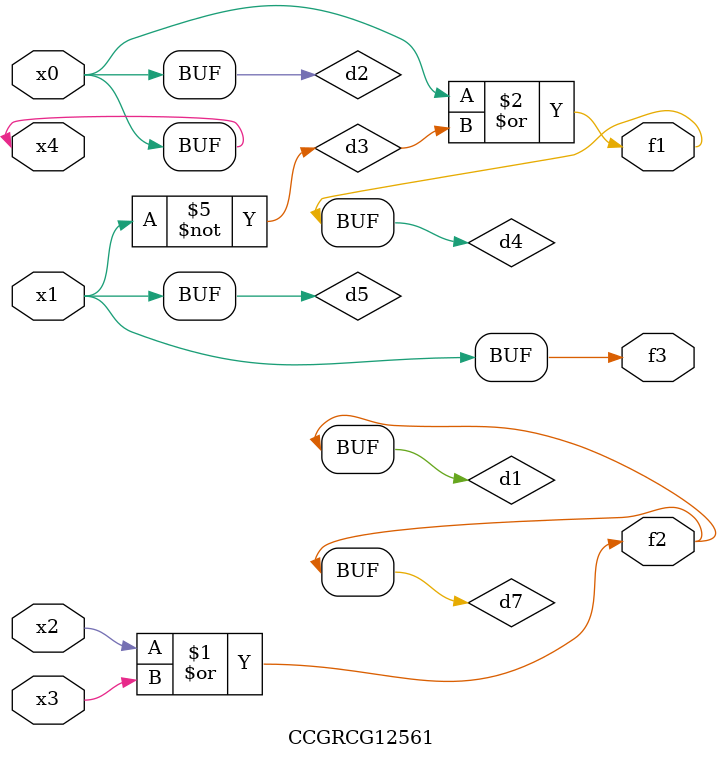
<source format=v>
module CCGRCG12561(
	input x0, x1, x2, x3, x4,
	output f1, f2, f3
);

	wire d1, d2, d3, d4, d5, d6, d7;

	or (d1, x2, x3);
	buf (d2, x0, x4);
	not (d3, x1);
	or (d4, d2, d3);
	not (d5, d3);
	nand (d6, d1, d3);
	or (d7, d1);
	assign f1 = d4;
	assign f2 = d7;
	assign f3 = d5;
endmodule

</source>
